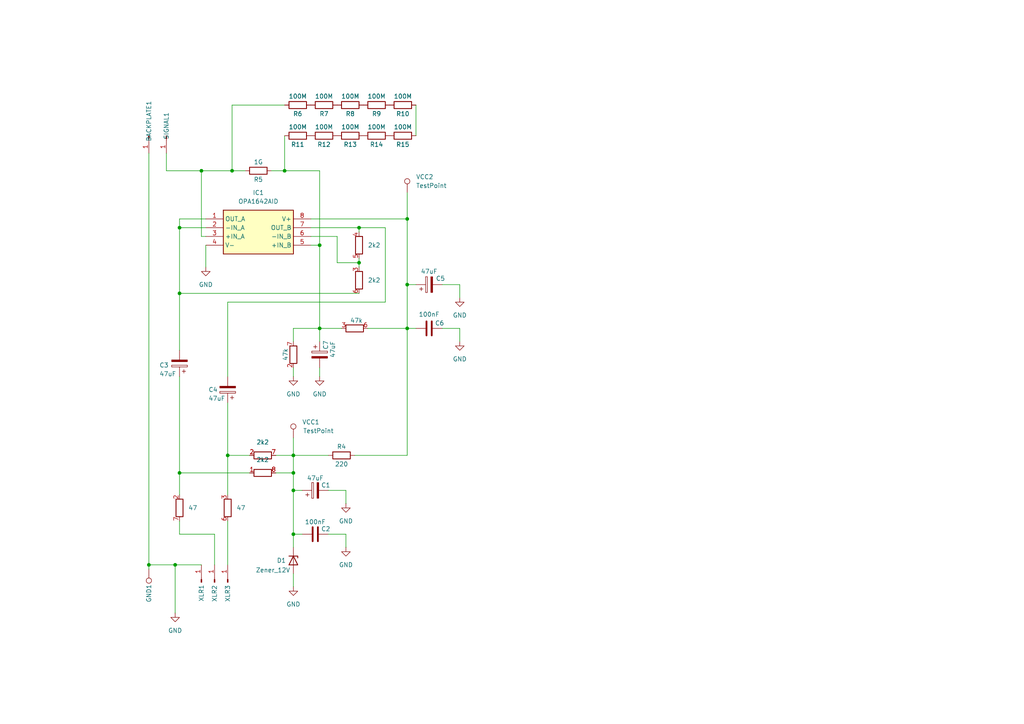
<source format=kicad_sch>
(kicad_sch (version 20250114) (generator "eeschema") (generator_version "9.0")
  (paper "A4")
  (lib_symbols
    (symbol "01_HeadAmp_custom:R_network_4x_YAGEO_1206"
      (symbol "R_network_4x_YAGEO_1206_0_1"
        (rectangle (start -1.016 -1.27) (end 1.016 -6.35) (stroke (width 0.254)))
      )
      (symbol "R_network_4x_YAGEO_1206_1_1"
        (pin passive line (at 0 0 270) (length 1.27) (name "~") (number "4"))
        (pin passive line (at 0 -7.62 90) (length 1.27) (name "~") (number "5"))
      )
      (symbol "R_network_4x_YAGEO_1206_2_1"
        (pin passive line (at 0 0 270) (length 1.27) (name "~") (number "3"))
        (pin passive line (at 0 -7.62 90) (length 1.27) (name "~") (number "6"))
      )
      (symbol "R_network_4x_YAGEO_1206_3_1"
        (pin passive line (at 0 0 270) (length 1.27) (name "~") (number "2"))
        (pin passive line (at 0 -7.62 90) (length 1.27) (name "~") (number "7"))
      )
      (symbol "R_network_4x_YAGEO_1206_4_1"
        (pin passive line (at 0 0 270) (length 1.27) (name "~") (number "1"))
        (pin passive line (at 0 -7.62 90) (length 1.27) (name "~") (number "8"))
      )
    )
    (symbol "01_OPA1642:OPA1642AID"
      (property "Reference" "IC" (at 26.67 7.62 0))
      (property "Value" "OPA1642AID" (at 26.67 5.08 0))
      (symbol "OPA1642AID_1_1"
        (rectangle (start 5.08 2.54) (end 25.4 -10.16) (stroke (width 0.254)) (fill (type background)))
        (pin passive line (at 0 0 0) (length 5.08) (name "OUT_A") (number "1"))
        (pin passive line (at 0 -2.54 0) (length 5.08) (name "-IN_A") (number "2"))
        (pin passive line (at 0 -5.08 0) (length 5.08) (name "+IN_A") (number "3"))
        (pin passive line (at 0 -7.62 0) (length 5.08) (name "V-") (number "4"))
        (pin passive line (at 30.48 0 180) (length 5.08) (name "V+") (number "8"))
        (pin passive line (at 30.48 -2.54 180) (length 5.08) (name "OUT_B") (number "7"))
        (pin passive line (at 30.48 -5.08 180) (length 5.08) (name "-IN_B") (number "6"))
        (pin passive line (at 30.48 -7.62 180) (length 5.08) (name "+IN_B") (number "5"))
      )
    )
    (symbol "Connector:Conn_01x01_Pin" (pin_names (offset 1.016) (hide yes))
      (property "Reference" "J" (at 0 2.54 0))
      (property "Value" "Conn_01x01_Pin" (at 0 -2.54 0))
      (symbol "Conn_01x01_Pin_1_1"
        (rectangle (start 0.8636 0.127) (end 0 -0.127) (stroke (width 0.1524)) (fill (type outline)))
        (polyline (pts (xy 1.27 0) (xy 0.8636 0)) (stroke (width 0.1524)))
        (pin passive line (at 5.08 0 180) (length 3.81) (name "Pin_1") (number "1"))
      )
    )
    (symbol "Connector:TestPoint" (pin_numbers (hide yes)) (pin_names (offset 0.762) (hide yes))
      (property "Reference" "TP" (at 0 6.858 0))
      (property "Value" "TestPoint" (at 0 5.08 0))
      (symbol "TestPoint_0_1"
        (circle (center 0 3.302) (radius 0.762))
      )
      (symbol "TestPoint_1_1"
        (pin passive line (at 0 0 90) (length 2.54) (name "1") (number "1"))
      )
    )
    (symbol "Device:C" (pin_numbers (hide yes)) (pin_names (offset 0.254))
      (property "Reference" "C" (at 0.635 2.54 0))
      (property "Value" "C" (at 0.635 -2.54 0))
      (symbol "C_0_1"
        (polyline (pts (xy -2.032 0.762) (xy 2.032 0.762)) (stroke (width 0.508)))
        (polyline (pts (xy -2.032 -0.762) (xy 2.032 -0.762)) (stroke (width 0.508)))
      )
      (symbol "C_1_1"
        (pin passive line (at 0 3.81 270) (length 2.794) (name "~") (number "1"))
        (pin passive line (at 0 -3.81 90) (length 2.794) (name "~") (number "2"))
      )
    )
    (symbol "Device:C_Polarized" (pin_numbers (hide yes)) (pin_names (offset 0.254))
      (property "Reference" "C" (at 0.635 2.54 0))
      (property "Value" "C_Polarized" (at 0.635 -2.54 0))
      (symbol "C_Polarized_0_1"
        (rectangle (start -2.286 0.508) (end 2.286 1.016))
        (polyline (pts (xy -1.778 2.286) (xy -0.762 2.286)))
        (polyline (pts (xy -1.27 2.794) (xy -1.27 1.778)))
        (rectangle (start 2.286 -0.508) (end -2.286 -1.016) (fill (type outline)))
      )
      (symbol "C_Polarized_1_1"
        (pin passive line (at 0 3.81 270) (length 2.794) (name "~") (number "1"))
        (pin passive line (at 0 -3.81 90) (length 2.794) (name "~") (number "2"))
      )
    )
    (symbol "Device:D_Zener" (pin_numbers (hide yes)) (pin_names (offset 1.016) (hide yes))
      (property "Reference" "D" (at 0 2.54 0))
      (property "Value" "D_Zener" (at 0 -2.54 0))
      (symbol "D_Zener_0_1"
        (polyline (pts (xy -1.27 -1.27) (xy -1.27 1.27) (xy -0.762 1.27)) (stroke (width 0.254)))
        (polyline (pts (xy 1.27 0) (xy -1.27 0)))
        (polyline (pts (xy 1.27 -1.27) (xy 1.27 1.27) (xy -1.27 0) (xy 1.27 -1.27)) (stroke (width 0.254)))
      )
      (symbol "D_Zener_1_1"
        (pin passive line (at -3.81 0 0) (length 2.54) (name "K") (number "1"))
        (pin passive line (at 3.81 0 180) (length 2.54) (name "A") (number "2"))
      )
    )
    (symbol "Device:R" (pin_numbers (hide yes)) (pin_names (offset 0))
      (property "Reference" "R" (at 2.032 0 90))
      (property "Value" "R" (at 0 0 90))
      (symbol "R_0_1"
        (rectangle (start -1.016 -2.54) (end 1.016 2.54) (stroke (width 0.254)))
      )
      (symbol "R_1_1"
        (pin passive line (at 0 3.81 270) (length 1.27) (name "~") (number "1"))
        (pin passive line (at 0 -3.81 90) (length 1.27) (name "~") (number "2"))
      )
    )
    (symbol "R_network_4x_YAGEO_1206_1"
      (symbol "R_network_4x_YAGEO_1206_1_0_1"
        (rectangle (start -1.016 -1.27) (end 1.016 -6.35) (stroke (width 0.254)))
      )
      (symbol "R_network_4x_YAGEO_1206_1_1_1"
        (pin passive line (at 0 0 270) (length 1.27) (name "~") (number "4"))
        (pin passive line (at 0 -7.62 90) (length 1.27) (name "~") (number "5"))
      )
      (symbol "R_network_4x_YAGEO_1206_1_2_1"
        (pin passive line (at 0 0 270) (length 1.27) (name "~") (number "3"))
        (pin passive line (at 0 -7.62 90) (length 1.27) (name "~") (number "6"))
      )
      (symbol "R_network_4x_YAGEO_1206_1_3_1"
        (pin passive line (at 0 0 270) (length 1.27) (name "~") (number "2"))
        (pin passive line (at 0 -7.62 90) (length 1.27) (name "~") (number "7"))
      )
      (symbol "R_network_4x_YAGEO_1206_1_4_1"
        (pin passive line (at 0 0 270) (length 1.27) (name "~") (number "1"))
        (pin passive line (at 0 -7.62 90) (length 1.27) (name "~") (number "8"))
      )
    )
    (symbol "R_network_4x_YAGEO_1206_2"
      (symbol "R_network_4x_YAGEO_1206_2_0_1"
        (rectangle (start -1.016 -1.27) (end 1.016 -6.35) (stroke (width 0.254)))
      )
      (symbol "R_network_4x_YAGEO_1206_2_1_1"
        (pin passive line (at 0 0 270) (length 1.27) (name "~") (number "4"))
        (pin passive line (at 0 -7.62 90) (length 1.27) (name "~") (number "5"))
      )
      (symbol "R_network_4x_YAGEO_1206_2_2_1"
        (pin passive line (at 0 0 270) (length 1.27) (name "~") (number "3"))
        (pin passive line (at 0 -7.62 90) (length 1.27) (name "~") (number "6"))
      )
      (symbol "R_network_4x_YAGEO_1206_2_3_1"
        (pin passive line (at 0 0 270) (length 1.27) (name "~") (number "2"))
        (pin passive line (at 0 -7.62 90) (length 1.27) (name "~") (number "7"))
      )
      (symbol "R_network_4x_YAGEO_1206_2_4_1"
        (pin passive line (at 0 0 270) (length 1.27) (name "~") (number "1"))
        (pin passive line (at 0 -7.62 90) (length 1.27) (name "~") (number "8"))
      )
    )
    (symbol "power:GND" (power) (pin_numbers (hide yes)) (pin_names (offset 0) (hide yes))
      (property "Value" "GND" (at 0 -3.81 0))
      (symbol "GND_0_1"
        (polyline (pts (xy 0 0) (xy 0 -1.27) (xy 1.27 -1.27) (xy 0 -2.54) (xy -1.27 -1.27) (xy 0 -1.27)))
      )
      (symbol "GND_1_1"
        (pin power_in line (at 0 0 270) (length 0) (name "~") (number "1"))
      )
    )
  )
  (junction (at 118.11 82.55))
  (junction (at 85.09 154.94))
  (junction (at 85.09 142.24))
  (junction (at 43.18 163.83))
  (junction (at 82.55 49.53))
  (junction (at 92.71 95.25))
  (junction (at 104.14 66.04))
  (junction (at 118.11 63.5))
  (junction (at 66.04 132.08))
  (junction (at 67.31 49.53))
  (junction (at 52.07 66.04))
  (junction (at 92.71 71.12))
  (junction (at 52.07 137.16))
  (junction (at 104.14 76.2))
  (junction (at 85.09 132.08))
  (junction (at 50.8 163.83))
  (junction (at 52.07 85.09))
  (junction (at 85.09 137.16))
  (junction (at 58.42 49.53))
  (junction (at 118.11 95.25))
  (wire (pts (xy 58.42 49.53) (xy 58.42 68.58)))
  (wire (pts (xy 52.07 66.04) (xy 52.07 85.09)))
  (wire (pts (xy 85.09 142.24) (xy 85.09 154.94)))
  (wire (pts (xy 80.01 132.08) (xy 85.09 132.08)))
  (wire (pts (xy 52.07 137.16) (xy 72.39 137.16)))
  (wire (pts (xy 67.31 30.48) (xy 67.31 49.53)))
  (wire (pts (xy 87.63 154.94) (xy 85.09 154.94)))
  (wire (pts (xy 52.07 66.04) (xy 59.69 66.04)))
  (wire (pts (xy 82.55 39.37) (xy 82.55 49.53)))
  (wire (pts (xy 90.17 68.58) (xy 97.79 68.58)))
  (wire (pts (xy 66.04 151.13) (xy 66.04 163.83)))
  (wire (pts (xy 85.09 154.94) (xy 85.09 158.75)))
  (wire (pts (xy 120.65 39.37) (xy 120.65 30.48)))
  (wire (pts (xy 90.17 63.5) (xy 118.11 63.5)))
  (wire (pts (xy 52.07 137.16) (xy 52.07 143.51)))
  (wire (pts (xy 48.26 49.53) (xy 48.26 44.45)))
  (wire (pts (xy 104.14 66.04) (xy 104.14 67.31)))
  (wire (pts (xy 72.39 132.08) (xy 66.04 132.08)))
  (wire (pts (xy 66.04 116.84) (xy 66.04 132.08)))
  (wire (pts (xy 52.07 63.5) (xy 52.07 66.04)))
  (wire (pts (xy 82.55 30.48) (xy 67.31 30.48)))
  (wire (pts (xy 43.18 163.83) (xy 50.8 163.83)))
  (wire (pts (xy 48.26 49.53) (xy 58.42 49.53)))
  (wire (pts (xy 58.42 49.53) (xy 67.31 49.53)))
  (wire (pts (xy 85.09 95.25) (xy 85.09 99.06)))
  (wire (pts (xy 62.23 163.83) (xy 62.23 154.94)))
  (wire (pts (xy 118.11 95.25) (xy 118.11 132.08)))
  (wire (pts (xy 104.14 74.93) (xy 104.14 76.2)))
  (wire (pts (xy 128.27 82.55) (xy 133.35 82.55)))
  (wire (pts (xy 85.09 127) (xy 85.09 132.08)))
  (wire (pts (xy 43.18 44.45) (xy 43.18 163.83)))
  (wire (pts (xy 43.18 163.83) (xy 43.18 165.1)))
  (wire (pts (xy 90.17 66.04) (xy 104.14 66.04)))
  (wire (pts (xy 66.04 87.63) (xy 111.76 87.63)))
  (wire (pts (xy 59.69 71.12) (xy 59.69 77.47)))
  (wire (pts (xy 50.8 177.8) (xy 50.8 163.83)))
  (wire (pts (xy 87.63 142.24) (xy 85.09 142.24)))
  (wire (pts (xy 67.31 49.53) (xy 71.12 49.53)))
  (wire (pts (xy 118.11 55.88) (xy 118.11 63.5)))
  (wire (pts (xy 85.09 132.08) (xy 85.09 137.16)))
  (wire (pts (xy 120.65 82.55) (xy 118.11 82.55)))
  (wire (pts (xy 92.71 71.12) (xy 90.17 71.12)))
  (wire (pts (xy 111.76 87.63) (xy 111.76 66.04)))
  (wire (pts (xy 106.68 95.25) (xy 118.11 95.25)))
  (wire (pts (xy 92.71 71.12) (xy 92.71 95.25)))
  (wire (pts (xy 85.09 166.37) (xy 85.09 170.18)))
  (wire (pts (xy 85.09 95.25) (xy 92.71 95.25)))
  (wire (pts (xy 97.79 76.2) (xy 104.14 76.2)))
  (wire (pts (xy 92.71 49.53) (xy 92.71 71.12)))
  (wire (pts (xy 92.71 49.53) (xy 82.55 49.53)))
  (wire (pts (xy 92.71 95.25) (xy 99.06 95.25)))
  (wire (pts (xy 97.79 68.58) (xy 97.79 76.2)))
  (wire (pts (xy 58.42 68.58) (xy 59.69 68.58)))
  (wire (pts (xy 52.07 85.09) (xy 104.14 85.09)))
  (wire (pts (xy 95.25 154.94) (xy 100.33 154.94)))
  (wire (pts (xy 104.14 76.2) (xy 104.14 77.47)))
  (wire (pts (xy 133.35 82.55) (xy 133.35 86.36)))
  (wire (pts (xy 82.55 49.53) (xy 78.74 49.53)))
  (wire (pts (xy 85.09 137.16) (xy 85.09 142.24)))
  (wire (pts (xy 52.07 85.09) (xy 52.07 101.6)))
  (wire (pts (xy 111.76 66.04) (xy 104.14 66.04)))
  (wire (pts (xy 92.71 95.25) (xy 92.71 99.06)))
  (wire (pts (xy 50.8 163.83) (xy 58.42 163.83)))
  (wire (pts (xy 52.07 151.13) (xy 52.07 154.94)))
  (wire (pts (xy 92.71 106.68) (xy 92.71 109.22)))
  (wire (pts (xy 102.87 132.08) (xy 118.11 132.08)))
  (wire (pts (xy 85.09 132.08) (xy 95.25 132.08)))
  (wire (pts (xy 95.25 142.24) (xy 100.33 142.24)))
  (wire (pts (xy 128.27 95.25) (xy 133.35 95.25)))
  (wire (pts (xy 118.11 82.55) (xy 118.11 95.25)))
  (wire (pts (xy 120.65 95.25) (xy 118.11 95.25)))
  (wire (pts (xy 62.23 154.94) (xy 52.07 154.94)))
  (wire (pts (xy 85.09 106.68) (xy 85.09 109.22)))
  (wire (pts (xy 118.11 63.5) (xy 118.11 82.55)))
  (wire (pts (xy 66.04 132.08) (xy 66.04 143.51)))
  (wire (pts (xy 52.07 63.5) (xy 59.69 63.5)))
  (wire (pts (xy 66.04 87.63) (xy 66.04 109.22)))
  (wire (pts (xy 52.07 109.22) (xy 52.07 137.16)))
  (wire (pts (xy 100.33 142.24) (xy 100.33 146.05)))
  (wire (pts (xy 100.33 154.94) (xy 100.33 158.75)))
  (wire (pts (xy 133.35 95.25) (xy 133.35 99.06)))
  (wire (pts (xy 80.01 137.16) (xy 85.09 137.16)))
  (symbol (lib_id "Device:R") (at 74.93 49.53 90) (unit 1)
    (property "Reference" "R5" (at 74.93 52.07 90))
    (property "Value" "1G" (at 74.93 46.99 90))
    (property "Footprint" "01_Custom:R_Axial_THT-SMD-Dual" (effects (hide yes)))
    (property "Description" "Resistor" (effects (hide yes)))
  )
  (symbol (lib_id "Device:R") (at 99.06 132.08 90) (unit 1)
    (property "Reference" "R4" (at 99.06 129.54 90))
    (property "Value" "220" (at 99.06 134.62 90))
    (property "Footprint" "Resistor_SMD:R_0805_2012Metric" (effects (hide yes)))
    (property "Description" "Resistor" (effects (hide yes)))
  )
  (symbol (lib_id "Device:R") (at 109.22 39.37 90) (unit 1)
    (property "Reference" "R14" (at 109.22 41.91 90))
    (property "Value" "100M" (at 109.22 36.83 90))
    (property "Footprint" "Resistor_SMD:R_0805_2012Metric" (effects (hide yes)))
    (property "Description" "Resistor" (effects (hide yes)))
  )
  (symbol (lib_id "01_HeadAmp_custom:R_network_4x_YAGEO_1206") (at 72.39 132.08 90) (unit 3)
    (property "Reference" "R2" (effects (hide yes)))
    (property "Value" "2k2" (at 76.2 128.27 90))
    (property "Footprint" "01_footprints-custom:YC164JR072K2L" (effects (hide yes)))
  )
  (symbol (lib_id "Device:R") (at 86.36 30.48 90) (unit 1)
    (property "Reference" "R6" (at 86.36 33.02 90))
    (property "Value" "100M" (at 86.36 27.94 90))
    (property "Footprint" "Resistor_SMD:R_0805_2012Metric" (effects (hide yes)))
    (property "Description" "Resistor" (effects (hide yes)))
  )
  (symbol (lib_id "Device:R") (at 116.84 39.37 90) (unit 1)
    (property "Reference" "R15" (at 116.84 41.91 90))
    (property "Value" "100M" (at 116.84 36.83 90))
    (property "Footprint" "Resistor_SMD:R_0805_2012Metric" (effects (hide yes)))
    (property "Description" "Resistor" (effects (hide yes)))
  )
  (symbol (lib_id "01_OPA1642:OPA1642AID") (at 59.69 63.5 0) (unit 1)
    (property "Reference" "IC1" (at 74.93 55.88 0))
    (property "Value" "OPA1642AID" (at 74.93 58.42 0))
    (property "Footprint" "SOIC127P600X175-8N" (effects (hide yes)))
    (property "Datasheet" "http://www.ti.com/lit/ds/symlink/opa1642.pdf" (effects (hide yes)))
    (property "Description" "Dual sound-plus high-performance, JFET-input audio op amps" (effects (hide yes)))
    (property "Height" "1.75" (effects (hide yes)))
    (property "Manufacturer_Name" "Texas Instruments" (effects (hide yes)))
    (property "Manufacturer_Part_Number" "OPA1642AID" (effects (hide yes)))
    (property "Mouser Part Number" "595-OPA1642AID" (effects (hide yes)))
    (property "Mouser Price/Stock" "https://www.mouser.co.uk/ProductDetail/Texas-Instruments/OPA1642AID?qs=%2Fqzd9s%252BcLd6R%2FJtpdhVBKg%3D%3D" (effects (hide yes)))
    (property "Arrow Part Number" "OPA1642AID" (effects (hide yes)))
    (property "Arrow Price/Stock" "https://www.arrow.com/en/products/opa1642aid/texas-instruments?region=nac" (effects (hide yes)))
  )
  (symbol (lib_id "Device:C_Polarized") (at 52.07 105.41 180) (unit 1)
    (property "Reference" "C3" (at 46.228 105.918 0) (effects (justify right)))
    (property "Value" "47uF" (at 46.228 108.458 0) (effects (justify right)))
    (property "Footprint" "Capacitor_SMD:CP_Elec_8x6.9" (effects (hide yes)))
    (property "Description" "Polarized capacitor" (effects (hide yes)))
  )
  (symbol (lib_id "Device:R") (at 101.6 39.37 90) (unit 1)
    (property "Reference" "R13" (at 101.6 41.91 90))
    (property "Value" "100M" (at 101.6 36.83 90))
    (property "Footprint" "Resistor_SMD:R_0805_2012Metric" (effects (hide yes)))
    (property "Description" "Resistor" (effects (hide yes)))
  )
  (symbol (lib_name "R_network_4x_YAGEO_1206_2") (lib_id "01_HeadAmp_custom:R_network_4x_YAGEO_1206") (at 52.07 143.51 0) (unit 3)
    (property "Reference" "R1" (effects (hide yes)))
    (property "Value" "47" (at 54.61 147.3199 0) (effects (justify left)))
    (property "Footprint" "01_footprints-custom:YC164JR072K2L" (effects (hide yes)))
  )
  (symbol (lib_id "Connector:TestPoint") (at 43.18 165.1 180) (unit 1)
    (property "Reference" "GND1" (at 43.18 174.752 90) (effects (justify right)))
    (property "Value" "TestPoint" (effects (hide yes)))
    (property "Footprint" "Connector_Wire:SolderWire-0.15sqmm_1x01_D0.5mm_OD1.5mm" (effects (hide yes)))
    (property "Description" "test point" (effects (hide yes)))
  )
  (symbol (lib_id "Device:D_Zener") (at 85.09 162.56 270) (unit 1)
    (property "Reference" "D1" (at 80.264 162.56 90) (effects (justify left)))
    (property "Value" "Zener_12V" (at 74.168 165.354 90) (effects (justify left)))
    (property "Footprint" "Diode_SMD:D_SOD-323" (effects (hide yes)))
    (property "Description" "Zener diode" (effects (hide yes)))
  )
  (symbol (lib_id "Device:R") (at 93.98 30.48 90) (unit 1)
    (property "Reference" "R7" (at 93.98 33.02 90))
    (property "Value" "100M" (at 93.98 27.94 90))
    (property "Footprint" "Resistor_SMD:R_0805_2012Metric" (effects (hide yes)))
    (property "Description" "Resistor" (effects (hide yes)))
  )
  (symbol (lib_id "power:GND") (at 100.33 158.75 0) (unit 1)
    (property "Reference" "#PWR05" (effects (hide yes)))
    (property "Value" "GND" (at 100.33 163.83 0))
    (property "Description" "Power symbol creates a global label with name \"GND\" , ground" (effects (hide yes)))
  )
  (symbol (lib_id "power:GND") (at 92.71 109.22 0) (unit 1)
    (property "Reference" "#PWR09" (effects (hide yes)))
    (property "Value" "GND" (at 92.71 114.3 0))
    (property "Description" "Power symbol creates a global label with name \"GND\" , ground" (effects (hide yes)))
  )
  (symbol (lib_id "Connector:Conn_01x01_Pin") (at 62.23 168.91 90) (unit 1)
    (property "Reference" "XLR2" (at 62.23 169.672 0) (effects (justify right)))
    (property "Value" "Conn_01x01_Pin" (effects (hide yes)))
    (property "Footprint" "Connector_Wire:SolderWire-0.25sqmm_1x01_D0.65mm_OD2mm" (effects (hide yes)))
    (property "Description" "Generic connector, single row, 01x01, script generated" (effects (hide yes)))
  )
  (symbol (lib_id "Device:C") (at 91.44 154.94 90) (unit 1)
    (property "Reference" "C2" (at 94.488 153.416 90))
    (property "Value" "100nF" (at 91.44 151.384 90))
    (property "Footprint" "Capacitor_SMD:C_1206_3216Metric" (effects (hide yes)))
    (property "Description" "Unpolarized capacitor" (effects (hide yes)))
  )
  (symbol (lib_id "Connector:Conn_01x01_Pin") (at 48.26 39.37 270) (unit 1)
    (property "Reference" "SIGNAL1" (at 48.26 32.512 0) (effects (justify left)))
    (property "Value" "Conn_01x01_Pin" (effects (hide yes)))
    (property "Footprint" "Connector_Wire:SolderWire-0.25sqmm_1x01_D0.65mm_OD2mm" (effects (hide yes)))
    (property "Description" "Generic connector, single row, 01x01, script generated" (effects (hide yes)))
  )
  (symbol (lib_id "Connector:TestPoint") (at 118.11 55.88 0) (unit 1)
    (property "Reference" "VCC2" (at 120.65 51.3079 0) (effects (justify left)))
    (property "Value" "TestPoint" (at 120.65 53.8479 0) (effects (justify left)))
    (property "Footprint" "Connector_Wire:SolderWire-0.15sqmm_1x01_D0.5mm_OD1.5mm" (effects (hide yes)))
    (property "Description" "test point" (effects (hide yes)))
  )
  (symbol (lib_id "power:GND") (at 100.33 146.05 0) (unit 1)
    (property "Reference" "#PWR04" (effects (hide yes)))
    (property "Value" "GND" (at 100.33 151.13 0))
    (property "Description" "Power symbol creates a global label with name \"GND\" , ground" (effects (hide yes)))
  )
  (symbol (lib_name "R_network_4x_YAGEO_1206_2") (lib_id "01_HeadAmp_custom:R_network_4x_YAGEO_1206") (at 66.04 143.51 0) (unit 2)
    (property "Reference" "R1" (effects (hide yes)))
    (property "Value" "47" (at 68.58 147.3199 0) (effects (justify left)))
    (property "Footprint" "01_footprints-custom:YC164JR072K2L" (effects (hide yes)))
  )
  (symbol (lib_id "power:GND") (at 85.09 170.18 0) (unit 1)
    (property "Reference" "#PWR03" (effects (hide yes)))
    (property "Value" "GND" (at 85.09 175.26 0))
    (property "Description" "Power symbol creates a global label with name \"GND\" , ground" (effects (hide yes)))
  )
  (symbol (lib_id "Connector:Conn_01x01_Pin") (at 43.18 39.37 270) (unit 1)
    (property "Reference" "BACKPLATE1" (at 43.18 29.21 0) (effects (justify left)))
    (property "Value" "Conn_01x01_Pin" (effects (hide yes)))
    (property "Footprint" "Connector_Wire:SolderWire-0.25sqmm_1x01_D0.65mm_OD2mm" (effects (hide yes)))
    (property "Description" "Generic connector, single row, 01x01, script generated" (effects (hide yes)))
  )
  (symbol (lib_id "Device:C_Polarized") (at 66.04 113.03 180) (unit 1)
    (property "Reference" "C4" (at 60.452 113.03 0) (effects (justify right)))
    (property "Value" "47uF" (at 60.452 115.57 0) (effects (justify right)))
    (property "Footprint" "Capacitor_SMD:CP_Elec_8x6.9" (effects (hide yes)))
    (property "Description" "Polarized capacitor" (effects (hide yes)))
  )
  (symbol (lib_id "Connector:Conn_01x01_Pin") (at 66.04 168.91 90) (unit 1)
    (property "Reference" "XLR3" (at 66.04 169.672 0) (effects (justify right)))
    (property "Value" "Conn_01x01_Pin" (effects (hide yes)))
    (property "Footprint" "Connector_Wire:SolderWire-0.25sqmm_1x01_D0.65mm_OD2mm" (effects (hide yes)))
    (property "Description" "Generic connector, single row, 01x01, script generated" (effects (hide yes)))
  )
  (symbol (lib_id "01_HeadAmp_custom:R_network_4x_YAGEO_1206") (at 104.14 77.47 0) (unit 2)
    (property "Reference" "R2" (effects (hide yes)))
    (property "Value" "2k2" (at 106.68 81.2799 0) (effects (justify left)))
    (property "Footprint" "01_footprints-custom:YC164JR072K2L" (effects (hide yes)))
  )
  (symbol (lib_id "power:GND") (at 85.09 109.22 0) (unit 1)
    (property "Reference" "#PWR08" (effects (hide yes)))
    (property "Value" "GND" (at 85.09 114.3 0))
    (property "Description" "Power symbol creates a global label with name \"GND\" , ground" (effects (hide yes)))
  )
  (symbol (lib_id "power:GND") (at 50.8 177.8 0) (unit 1)
    (property "Reference" "#PWR02" (effects (hide yes)))
    (property "Value" "GND" (at 50.8 182.88 0))
    (property "Description" "Power symbol creates a global label with name \"GND\" , ground" (effects (hide yes)))
  )
  (symbol (lib_id "Device:R") (at 109.22 30.48 90) (unit 1)
    (property "Reference" "R9" (at 109.22 33.02 90))
    (property "Value" "100M" (at 109.22 27.94 90))
    (property "Footprint" "Resistor_SMD:R_0805_2012Metric" (effects (hide yes)))
    (property "Description" "Resistor" (effects (hide yes)))
  )
  (symbol (lib_id "Device:R") (at 86.36 39.37 90) (unit 1)
    (property "Reference" "R11" (at 86.36 41.91 90))
    (property "Value" "100M" (at 86.36 36.83 90))
    (property "Footprint" "Resistor_SMD:R_0805_2012Metric" (effects (hide yes)))
    (property "Description" "Resistor" (effects (hide yes)))
  )
  (symbol (lib_id "power:GND") (at 59.69 77.47 0) (unit 1)
    (property "Reference" "#PWR01" (effects (hide yes)))
    (property "Value" "GND" (at 59.69 82.55 0))
    (property "Description" "Power symbol creates a global label with name \"GND\" , ground" (effects (hide yes)))
  )
  (symbol (lib_name "R_network_4x_YAGEO_1206_1") (lib_id "01_HeadAmp_custom:R_network_4x_YAGEO_1206") (at 85.09 106.68 180) (unit 3)
    (property "Reference" "R3" (effects (hide yes)))
    (property "Value" "47k" (at 82.804 104.648 90) (effects (justify right)))
    (property "Footprint" "01_footprints-custom:YC164JR072K2L" (effects (hide yes)))
  )
  (symbol (lib_id "Device:C") (at 124.46 95.25 90) (unit 1)
    (property "Reference" "C6" (at 127.508 93.726 90))
    (property "Value" "100nF" (at 124.46 91.186 90))
    (property "Footprint" "Capacitor_SMD:C_1206_3216Metric" (effects (hide yes)))
    (property "Description" "Unpolarized capacitor" (effects (hide yes)))
  )
  (symbol (lib_id "01_HeadAmp_custom:R_network_4x_YAGEO_1206") (at 104.14 67.31 0) (unit 1)
    (property "Reference" "R2" (effects (hide yes)))
    (property "Value" "2k2" (at 106.68 71.1199 0) (effects (justify left)))
    (property "Footprint" "01_footprints-custom:YC164JR072K2L" (effects (hide yes)))
  )
  (symbol (lib_id "Device:C_Polarized") (at 124.46 82.55 90) (unit 1)
    (property "Reference" "C5" (at 127.762 80.772 90))
    (property "Value" "47uF" (at 124.46 78.74 90))
    (property "Footprint" "Capacitor_SMD:CP_Elec_8x6.9" (effects (hide yes)))
    (property "Description" "Polarized capacitor" (effects (hide yes)))
  )
  (symbol (lib_id "Device:R") (at 101.6 30.48 90) (unit 1)
    (property "Reference" "R8" (at 101.6 33.02 90))
    (property "Value" "100M" (at 101.6 27.94 90))
    (property "Footprint" "Resistor_SMD:R_0805_2012Metric" (effects (hide yes)))
    (property "Description" "Resistor" (effects (hide yes)))
  )
  (symbol (lib_id "Connector:TestPoint") (at 85.09 127 0) (unit 1)
    (property "Reference" "VCC1" (at 87.63 122.4279 0) (effects (justify left)))
    (property "Value" "TestPoint" (at 87.884 124.968 0) (effects (justify left)))
    (property "Footprint" "Connector_Wire:SolderWire-0.15sqmm_1x01_D0.5mm_OD1.5mm" (effects (hide yes)))
    (property "Description" "test point" (effects (hide yes)))
  )
  (symbol (lib_id "Connector:Conn_01x01_Pin") (at 58.42 168.91 90) (unit 1)
    (property "Reference" "XLR1" (at 58.42 174.498 0) (effects (justify left)))
    (property "Value" "Conn_01x01_Pin" (effects (hide yes)))
    (property "Footprint" "Connector_Wire:SolderWire-0.25sqmm_1x01_D0.65mm_OD2mm" (effects (hide yes)))
    (property "Description" "Generic connector, single row, 01x01, script generated" (effects (hide yes)))
  )
  (symbol (lib_id "Device:C_Polarized") (at 92.71 102.87 0) (unit 1)
    (property "Reference" "C7" (at 94.488 100.076 90))
    (property "Value" "47uF" (at 96.52 101.346 90))
    (property "Footprint" "Capacitor_SMD:CP_Elec_8x6.9" (effects (hide yes)))
    (property "Description" "Polarized capacitor" (effects (hide yes)))
  )
  (symbol (lib_id "power:GND") (at 133.35 99.06 0) (unit 1)
    (property "Reference" "#PWR07" (effects (hide yes)))
    (property "Value" "GND" (at 133.35 104.14 0))
    (property "Description" "Power symbol creates a global label with name \"GND\" , ground" (effects (hide yes)))
  )
  (symbol (lib_id "power:GND") (at 133.35 86.36 0) (unit 1)
    (property "Reference" "#PWR06" (effects (hide yes)))
    (property "Value" "GND" (at 133.35 91.44 0))
    (property "Description" "Power symbol creates a global label with name \"GND\" , ground" (effects (hide yes)))
  )
  (symbol (lib_name "R_network_4x_YAGEO_1206_1") (lib_id "01_HeadAmp_custom:R_network_4x_YAGEO_1206") (at 99.06 95.25 90) (unit 2)
    (property "Reference" "R3" (effects (hide yes)))
    (property "Value" "47k" (at 103.378 92.964 90))
    (property "Footprint" "01_footprints-custom:YC164JR072K2L" (effects (hide yes)))
  )
  (symbol (lib_id "01_HeadAmp_custom:R_network_4x_YAGEO_1206") (at 72.39 137.16 90) (unit 4)
    (property "Reference" "R2" (effects (hide yes)))
    (property "Value" "2k2" (at 76.2 133.35 90))
    (property "Footprint" "01_footprints-custom:YC164JR072K2L" (effects (hide yes)))
  )
  (symbol (lib_id "Device:C_Polarized") (at 91.44 142.24 90) (unit 1)
    (property "Reference" "C1" (at 94.488 140.716 90))
    (property "Value" "47uF" (at 91.44 138.684 90))
    (property "Footprint" "Capacitor_SMD:CP_Elec_8x6.9" (effects (hide yes)))
    (property "Description" "Polarized capacitor" (effects (hide yes)))
  )
  (symbol (lib_id "Device:R") (at 116.84 30.48 90) (unit 1)
    (property "Reference" "R10" (at 116.84 33.02 90))
    (property "Value" "100M" (at 116.84 27.94 90))
    (property "Footprint" "Resistor_SMD:R_0805_2012Metric" (effects (hide yes)))
    (property "Description" "Resistor" (effects (hide yes)))
  )
  (symbol (lib_id "Device:R") (at 93.98 39.37 90) (unit 1)
    (property "Reference" "R12" (at 93.98 41.91 90))
    (property "Value" "100M" (at 93.98 36.83 90))
    (property "Footprint" "Resistor_SMD:R_0805_2012Metric" (effects (hide yes)))
    (property "Description" "Resistor" (effects (hide yes)))
  )
)
</source>
